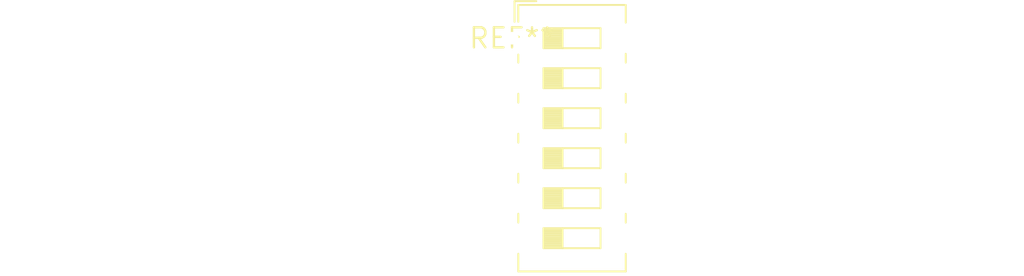
<source format=kicad_pcb>
(kicad_pcb (version 20240108) (generator pcbnew)
  (layers (0 "F.Cu" signal) (31 "B.Cu" signal) (34 "B.Paste" user) (35 "F.Paste" user) (36 "B.SilkS" user "B.Silkscreen") (37 "F.SilkS" user "F.Silkscreen") (38 "B.Mask" user) (39 "F.Mask" user) (44 "Edge.Cuts" user))
  (net 0 "")
  (footprint "SW_DIP_SPSTx06_Slide_6.7x16.8mm_W7.62mm_P2.54mm_LowProfile" (layer "F.Cu") (at 0 0)
    (property "Reference" "REF**")
    (property "Value" "SW_DIP_SPSTx06_Slide_6.7x16.8mm_W7.62mm_P2.54mm_LowProfile")
    (fp_line (start 0.16 -2.35) (end 0.16 -1.04) (layer "F.SilkS") (stroke (width 0.12)))
    (fp_line (start 0.16 -2.35) (end 1.543 -2.35) (layer "F.SilkS") (stroke (width 0.12)))
    (fp_line (start 0.4 -2.11) (end 0.4 -1.04) (layer "F.SilkS") (stroke (width 0.12)))
    (fp_line (start 0.4 -2.11) (end 7.221 -2.11) (layer "F.SilkS") (stroke (width 0.12)))
    (fp_line (start 0.4 1.04) (end 0.4 1.551) (layer "F.SilkS") (stroke (width 0.12)))
    (fp_line (start 0.4 3.53) (end 0.4 4.091) (layer "F.SilkS") (stroke (width 0.12)))
    (fp_line (start 0.4 6.07) (end 0.4 6.631) (layer "F.SilkS") (stroke (width 0.12)))
    (fp_line (start 0.4 8.61) (end 0.4 9.17) (layer "F.SilkS") (stroke (width 0.12)))
    (fp_line (start 0.4 11.15) (end 0.4 11.71) (layer "F.SilkS") (stroke (width 0.12)))
    (fp_line (start 0.4 13.69) (end 0.4 14.811) (layer "F.SilkS") (stroke (width 0.12)))
    (fp_line (start 0.4 14.811) (end 7.221 14.811) (layer "F.SilkS") (stroke (width 0.12)))
    (fp_line (start 2 -0.635) (end 2 0.635) (layer "F.SilkS") (stroke (width 0.12)))
    (fp_line (start 2 -0.515) (end 3.206667 -0.515) (layer "F.SilkS") (stroke (width 0.12)))
    (fp_line (start 2 -0.395) (end 3.206667 -0.395) (layer "F.SilkS") (stroke (width 0.12)))
    (fp_line (start 2 -0.275) (end 3.206667 -0.275) (layer "F.SilkS") (stroke (width 0.12)))
    (fp_line (start 2 -0.155) (end 3.206667 -0.155) (layer "F.SilkS") (stroke (width 0.12)))
    (fp_line (start 2 -0.035) (end 3.206667 -0.035) (layer "F.SilkS") (stroke (width 0.12)))
    (fp_line (start 2 0.085) (end 3.206667 0.085) (layer "F.SilkS") (stroke (width 0.12)))
    (fp_line (start 2 0.205) (end 3.206667 0.205) (layer "F.SilkS") (stroke (width 0.12)))
    (fp_line (start 2 0.325) (end 3.206667 0.325) (layer "F.SilkS") (stroke (width 0.12)))
    (fp_line (start 2 0.445) (end 3.206667 0.445) (layer "F.SilkS") (stroke (width 0.12)))
    (fp_line (start 2 0.565) (end 3.206667 0.565) (layer "F.SilkS") (stroke (width 0.12)))
    (fp_line (start 2 0.635) (end 5.62 0.635) (layer "F.SilkS") (stroke (width 0.12)))
    (fp_line (start 2 1.905) (end 2 3.175) (layer "F.SilkS") (stroke (width 0.12)))
    (fp_line (start 2 2.025) (end 3.206667 2.025) (layer "F.SilkS") (stroke (width 0.12)))
    (fp_line (start 2 2.145) (end 3.206667 2.145) (layer "F.SilkS") (stroke (width 0.12)))
    (fp_line (start 2 2.265) (end 3.206667 2.265) (layer "F.SilkS") (stroke (width 0.12)))
    (fp_line (start 2 2.385) (end 3.206667 2.385) (layer "F.SilkS") (stroke (width 0.12)))
    (fp_line (start 2 2.505) (end 3.206667 2.505) (layer "F.SilkS") (stroke (width 0.12)))
    (fp_line (start 2 2.625) (end 3.206667 2.625) (layer "F.SilkS") (stroke (width 0.12)))
    (fp_line (start 2 2.745) (end 3.206667 2.745) (layer "F.SilkS") (stroke (width 0.12)))
    (fp_line (start 2 2.865) (end 3.206667 2.865) (layer "F.SilkS") (stroke (width 0.12)))
    (fp_line (start 2 2.985) (end 3.206667 2.985) (layer "F.SilkS") (stroke (width 0.12)))
    (fp_line (start 2 3.105) (end 3.206667 3.105) (layer "F.SilkS") (stroke (width 0.12)))
    (fp_line (start 2 3.175) (end 5.62 3.175) (layer "F.SilkS") (stroke (width 0.12)))
    (fp_line (start 2 4.445) (end 2 5.715) (layer "F.SilkS") (stroke (width 0.12)))
    (fp_line (start 2 4.565) (end 3.206667 4.565) (layer "F.SilkS") (stroke (width 0.12)))
    (fp_line (start 2 4.685) (end 3.206667 4.685) (layer "F.SilkS") (stroke (width 0.12)))
    (fp_line (start 2 4.805) (end 3.206667 4.805) (layer "F.SilkS") (stroke (width 0.12)))
    (fp_line (start 2 4.925) (end 3.206667 4.925) (layer "F.SilkS") (stroke (width 0.12)))
    (fp_line (start 2 5.045) (end 3.206667 5.045) (layer "F.SilkS") (stroke (width 0.12)))
    (fp_line (start 2 5.165) (end 3.206667 5.165) (layer "F.SilkS") (stroke (width 0.12)))
    (fp_line (start 2 5.285) (end 3.206667 5.285) (layer "F.SilkS") (stroke (width 0.12)))
    (fp_line (start 2 5.405) (end 3.206667 5.405) (layer "F.SilkS") (stroke (width 0.12)))
    (fp_line (start 2 5.525) (end 3.206667 5.525) (layer "F.SilkS") (stroke (width 0.12)))
    (fp_line (start 2 5.645) (end 3.206667 5.645) (layer "F.SilkS") (stroke (width 0.12)))
    (fp_line (start 2 5.715) (end 5.62 5.715) (layer "F.SilkS") (stroke (width 0.12)))
    (fp_line (start 2 6.985) (end 2 8.255) (layer "F.SilkS") (stroke (width 0.12)))
    (fp_line (start 2 7.105) (end 3.206667 7.105) (layer "F.SilkS") (stroke (width 0.12)))
    (fp_line (start 2 7.225) (end 3.206667 7.225) (layer "F.SilkS") (stroke (width 0.12)))
    (fp_line (start 2 7.345) (end 3.206667 7.345) (layer "F.SilkS") (stroke (width 0.12)))
    (fp_line (start 2 7.465) (end 3.206667 7.465) (layer "F.SilkS") (stroke (width 0.12)))
    (fp_line (start 2 7.585) (end 3.206667 7.585) (layer "F.SilkS") (stroke (width 0.12)))
    (fp_line (start 2 7.705) (end 3.206667 7.705) (layer "F.SilkS") (stroke (width 0.12)))
    (fp_line (start 2 7.825) (end 3.206667 7.825) (layer "F.SilkS") (stroke (width 0.12)))
    (fp_line (start 2 7.945) (end 3.206667 7.945) (layer "F.SilkS") (stroke (width 0.12)))
    (fp_line (start 2 8.065) (end 3.206667 8.065) (layer "F.SilkS") (stroke (width 0.12)))
    (fp_line (start 2 8.185) (end 3.206667 8.185) (layer "F.SilkS") (stroke (width 0.12)))
    (fp_line (start 2 8.255) (end 5.62 8.255) (layer "F.SilkS") (stroke (width 0.12)))
    (fp_line (start 2 9.525) (end 2 10.795) (layer "F.SilkS") (stroke (width 0.12)))
    (fp_line (start 2 9.645) (end 3.206667 9.645) (layer "F.SilkS") (stroke (width 0.12)))
    (fp_line (start 2 9.765) (end 3.206667 9.765) (layer "F.SilkS") (stroke (width 0.12)))
    (fp_line (start 2 9.885) (end 3.206667 9.885) (layer "F.SilkS") (stroke (width 0.12)))
    (fp_line (start 2 10.005) (end 3.206667 10.005) (layer "F.SilkS") (stroke (width 0.12)))
    (fp_line (start 2 10.125) (end 3.206667 10.125) (layer "F.SilkS") (stroke (width 0.12)))
    (fp_line (start 2 10.245) (end 3.206667 10.245) (layer "F.SilkS") (stroke (width 0.12)))
    (fp_line (start 2 10.365) (end 3.206667 10.365) (layer "F.SilkS") (stroke (width 0.12)))
    (fp_line (start 2 10.485) (end 3.206667 10.485) (layer "F.SilkS") (stroke (width 0.12)))
    (fp_line (start 2 10.605) (end 3.206667 10.605) (layer "F.SilkS") (stroke (width 0.12)))
    (fp_line (start 2 10.725) (end 3.206667 10.725) (layer "F.SilkS") (stroke (width 0.12)))
    (fp_line (start 2 10.795) (end 5.62 10.795) (layer "F.SilkS") (stroke (width 0.12)))
    (fp_line (start 2 12.065) (end 2 13.335) (layer "F.SilkS") (stroke (width 0.12)))
    (fp_line (start 2 12.185) (end 3.206667 12.185) (layer "F.SilkS") (stroke (width 0.12)))
    (fp_line (start 2 12.305) (end 3.206667 12.305) (layer "F.SilkS") (stroke (width 0.12)))
    (fp_line (start 2 12.425) (end 3.206667 12.425) (layer "F.SilkS") (stroke (width 0.12)))
    (fp_line (start 2 12.545) (end 3.206667 12.545) (layer "F.SilkS") (stroke (width 0.12)))
    (fp_line (start 2 12.665) (end 3.206667 12.665) (layer "F.SilkS") (stroke (width 0.12)))
    (fp_line (start 2 12.785) (end 3.206667 12.785) (layer "F.SilkS") (stroke (width 0.12)))
    (fp_line (start 2 12.905) (end 3.206667 12.905) (layer "F.SilkS") (stroke (width 0.12)))
    (fp_line (start 2 13.025) (end 3.206667 13.025) (layer "F.SilkS") (stroke (width 0.12)))
    (fp_line (start 2 13.145) (end 3.206667 13.145) (layer "F.SilkS") (stroke (width 0.12)))
    (fp_line (start 2 13.265) (end 3.206667 13.265) (layer "F.SilkS") (stroke (width 0.12)))
    (fp_line (start 2 13.335) (end 5.62 13.335) (layer "F.SilkS") (stroke (width 0.12)))
    (fp_line (start 3.206667 -0.635) (end 3.206667 0.635) (layer "F.SilkS") (stroke (width 0.12)))
    (fp_line (start 3.206667 1.905) (end 3.206667 3.175) (layer "F.SilkS") (stroke (width 0.12)))
    (fp_line (start 3.206667 4.445) (end 3.206667 5.715) (layer "F.SilkS") (stroke (width 0.12)))
    (fp_line (start 3.206667 6.985) (end 3.206667 8.255) (layer "F.SilkS") (stroke (width 0.12)))
    (fp_line (start 3.206667 9.525) (end 3.206667 10.795) (layer "F.SilkS") (stroke (width 0.12)))
    (fp_line (start 3.206667 12.065) (end 3.206667 13.335) (layer "F.SilkS") (stroke (width 0.12)))
    (fp_line (start 5.62 -0.635) (end 2 -0.635) (layer "F.SilkS") (stroke (width 0.12)))
    (fp_line (start 5.62 0.635) (end 5.62 -0.635) (layer "F.SilkS") (stroke (width 0.12)))
    (fp_line (start 5.62 1.905) (end 2 1.905) (layer "F.SilkS") (stroke (width 0.12)))
    (fp_line (start 5.62 3.175) (end 5.62 1.905) (layer "F.SilkS") (stroke (width 0.12)))
    (fp_line (start 5.62 4.445) (end 2 4.445) (layer "F.SilkS") (stroke (width 0.12)))
    (fp_line (start 5.62 5.715) (end 5.62 4.445) (layer "F.SilkS") (stroke (width 0.12)))
    (fp_line (start 5.62 6.985) (end 2 6.985) (layer "F.SilkS") (stroke (width 0.12)))
    (fp_line (start 5.62 8.255) (end 5.62 6.985) (layer "F.SilkS") (stroke (width 0.12)))
    (fp_line (start 5.62 9.525) (end 2 9.525) (layer "F.SilkS") (stroke (width 0.12)))
    (fp_line (start 5.62 10.795) (end 5.62 9.525) (layer "F.SilkS") (stroke (width 0.12)))
    (fp_line (start 5.62 12.065) (end 2 12.065) (layer "F.SilkS") (stroke (width 0.12)))
    (fp_line (start 5.62 13.335) (end 5.62 12.065) (layer "F.SilkS") (stroke (width 0.12)))
    (fp_line (start 7.221 -2.11) (end 7.221 -0.99) (layer "F.SilkS") (stroke (width 0.12)))
    (fp_line (start 7.221 0.99) (end 7.221 1.551) (layer "F.SilkS") (stroke (width 0.12)))
    (fp_line (start 7.221 3.53) (end 7.221 4.091) (layer "F.SilkS") (stroke (width 0.12)))
    (fp_line (start 7.221 6.07) (end 7.221 6.631) (layer "F.SilkS") (stroke (width 0.12)))
    (fp_line (start 7.221 8.61) (end 7.221 9.17) (layer "F.SilkS") (stroke (width 0.12)))
    (fp_line (start 7.221 11.15) (end 7.221 11.71) (layer "F.SilkS") (stroke (width 0.12)))
    (fp_line (start 7.221 13.69) (end 7.221 14.811) (layer "F.SilkS") (stroke (width 0.12)))
    (pad "1" thru_hole rect (at 0 0) (size 1.6 1.6) (drill 0.8) (layers *.Cu *.Mask) (remove_unused_layers))
    (pad "2" thru_hole oval (at 0 2.54) (size 1.6 1.6) (drill 0.8) (layers *.Cu *.Mask) (remove_unused_layers))
    (pad "3" thru_hole oval (at 0 5.08) (size 1.6 1.6) (drill 0.8) (layers *.Cu *.Mask) (remove_unused_layers))
    (pad "4" thru_hole oval (at 0 7.62) (size 1.6 1.6) (drill 0.8) (layers *.Cu *.Mask) (remove_unused_layers))
    (pad "5" thru_hole oval (at 0 10.16) (size 1.6 1.6) (drill 0.8) (layers *.Cu *.Mask) (remove_unused_layers))
    (pad "6" thru_hole oval (at 0 12.7) (size 1.6 1.6) (drill 0.8) (layers *.Cu *.Mask) (remove_unused_layers))
    (pad "7" thru_hole oval (at 7.62 12.7) (size 1.6 1.6) (drill 0.8) (layers *.Cu *.Mask) (remove_unused_layers))
    (pad "8" thru_hole oval (at 7.62 10.16) (size 1.6 1.6) (drill 0.8) (layers *.Cu *.Mask) (remove_unused_layers))
    (pad "9" thru_hole oval (at 7.62 7.62) (size 1.6 1.6) (drill 0.8) (layers *.Cu *.Mask) (remove_unused_layers))
    (pad "10" thru_hole oval (at 7.62 5.08) (size 1.6 1.6) (drill 0.8) (layers *.Cu *.Mask) (remove_unused_layers))
    (pad "11" thru_hole oval (at 7.62 2.54) (size 1.6 1.6) (drill 0.8) (layers *.Cu *.Mask) (remove_unused_layers))
    (pad "12" thru_hole oval (at 7.62 0) (size 1.6 1.6) (drill 0.8) (layers *.Cu *.Mask) (remove_unused_layers))
  )
)
</source>
